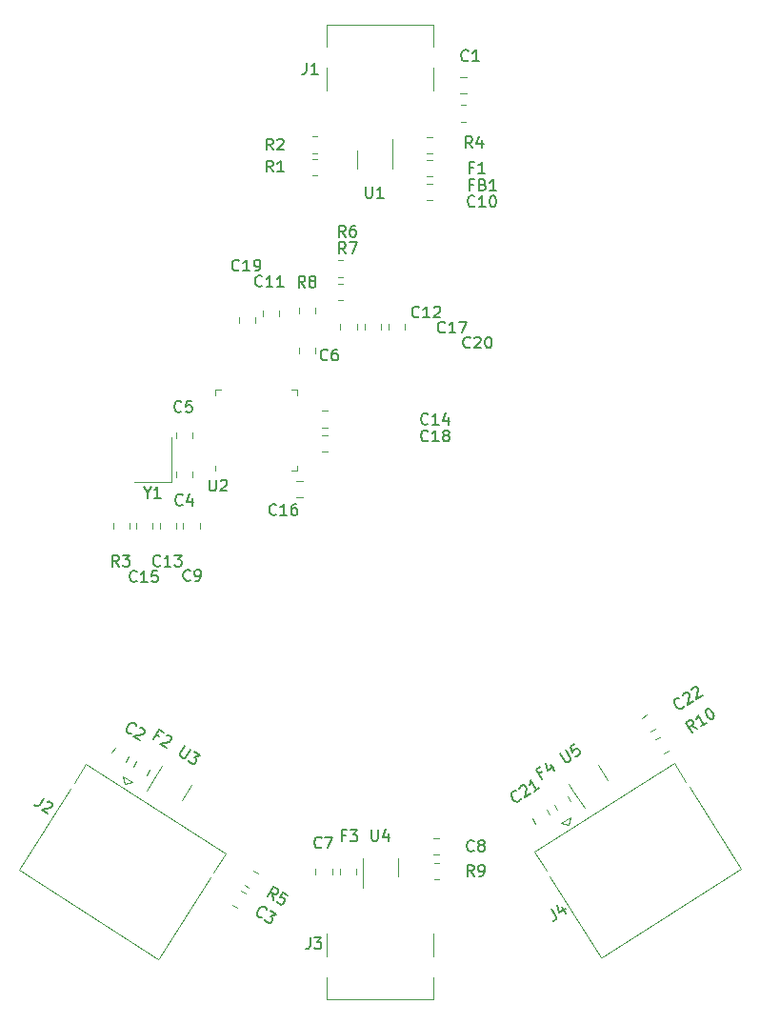
<source format=gbr>
%TF.GenerationSoftware,KiCad,Pcbnew,(6.0.8)*%
%TF.CreationDate,2022-12-20T01:42:36-08:00*%
%TF.ProjectId,Anduril USB Hub,416e6475-7269-46c2-9055-534220487562,rev?*%
%TF.SameCoordinates,Original*%
%TF.FileFunction,Legend,Top*%
%TF.FilePolarity,Positive*%
%FSLAX46Y46*%
G04 Gerber Fmt 4.6, Leading zero omitted, Abs format (unit mm)*
G04 Created by KiCad (PCBNEW (6.0.8)) date 2022-12-20 01:42:36*
%MOMM*%
%LPD*%
G01*
G04 APERTURE LIST*
%ADD10C,0.150000*%
%ADD11C,0.120000*%
G04 APERTURE END LIST*
D10*
%TO.C,U1*%
X111138095Y-44102380D02*
X111138095Y-44911904D01*
X111185714Y-45007142D01*
X111233333Y-45054761D01*
X111328571Y-45102380D01*
X111519047Y-45102380D01*
X111614285Y-45054761D01*
X111661904Y-45007142D01*
X111709523Y-44911904D01*
X111709523Y-44102380D01*
X112709523Y-45102380D02*
X112138095Y-45102380D01*
X112423809Y-45102380D02*
X112423809Y-44102380D01*
X112328571Y-44245238D01*
X112233333Y-44340476D01*
X112138095Y-44388095D01*
%TO.C,R10*%
X140600883Y-92276941D02*
X140063896Y-92054426D01*
X140118945Y-92583969D02*
X139581646Y-91740578D01*
X139902938Y-91535892D01*
X140008846Y-91524882D01*
X140074594Y-91539458D01*
X140165927Y-91594195D01*
X140242684Y-91714680D01*
X140253694Y-91820588D01*
X140239118Y-91886336D01*
X140184380Y-91977668D01*
X139863088Y-92182354D01*
X141404113Y-91765227D02*
X140922175Y-92072255D01*
X141163144Y-91918741D02*
X140625845Y-91075349D01*
X140622279Y-91247005D01*
X140593127Y-91378500D01*
X140538390Y-91469833D01*
X141388913Y-90589221D02*
X141469236Y-90538050D01*
X141575145Y-90527040D01*
X141640892Y-90541616D01*
X141732225Y-90596353D01*
X141874729Y-90731413D01*
X142002658Y-90932221D01*
X142064839Y-91118452D01*
X142075849Y-91224361D01*
X142061273Y-91290108D01*
X142006536Y-91381441D01*
X141926213Y-91432613D01*
X141820304Y-91443623D01*
X141754557Y-91429047D01*
X141663224Y-91374309D01*
X141520720Y-91239249D01*
X141392791Y-91038442D01*
X141330610Y-90852210D01*
X141319600Y-90746301D01*
X141334176Y-90680554D01*
X141388913Y-90589221D01*
%TO.C,R9*%
X120733333Y-105402380D02*
X120400000Y-104926190D01*
X120161904Y-105402380D02*
X120161904Y-104402380D01*
X120542857Y-104402380D01*
X120638095Y-104450000D01*
X120685714Y-104497619D01*
X120733333Y-104592857D01*
X120733333Y-104735714D01*
X120685714Y-104830952D01*
X120638095Y-104878571D01*
X120542857Y-104926190D01*
X120161904Y-104926190D01*
X121209523Y-105402380D02*
X121400000Y-105402380D01*
X121495238Y-105354761D01*
X121542857Y-105307142D01*
X121638095Y-105164285D01*
X121685714Y-104973809D01*
X121685714Y-104592857D01*
X121638095Y-104497619D01*
X121590476Y-104450000D01*
X121495238Y-104402380D01*
X121304761Y-104402380D01*
X121209523Y-104450000D01*
X121161904Y-104497619D01*
X121114285Y-104592857D01*
X121114285Y-104830952D01*
X121161904Y-104926190D01*
X121209523Y-104973809D01*
X121304761Y-105021428D01*
X121495238Y-105021428D01*
X121590476Y-104973809D01*
X121638095Y-104926190D01*
X121685714Y-104830952D01*
%TO.C,R5*%
X102866370Y-107491984D02*
X102841097Y-106911269D01*
X102384432Y-107184955D02*
X102921732Y-106341564D01*
X103243024Y-106546250D01*
X103297761Y-106637582D01*
X103312337Y-106703330D01*
X103301327Y-106809238D01*
X103224570Y-106929723D01*
X103133237Y-106984460D01*
X103067490Y-106999036D01*
X102961581Y-106988026D01*
X102640289Y-106783340D01*
X104166738Y-107134721D02*
X103765123Y-106878864D01*
X103469105Y-107254893D01*
X103534852Y-107240317D01*
X103640761Y-107251327D01*
X103841568Y-107379255D01*
X103896305Y-107470588D01*
X103910881Y-107536336D01*
X103899871Y-107642244D01*
X103771943Y-107843052D01*
X103680610Y-107897789D01*
X103614863Y-107912365D01*
X103508954Y-107901355D01*
X103308147Y-107773426D01*
X103253409Y-107682094D01*
X103238834Y-107616346D01*
%TO.C,R4*%
X120583333Y-40652380D02*
X120250000Y-40176190D01*
X120011904Y-40652380D02*
X120011904Y-39652380D01*
X120392857Y-39652380D01*
X120488095Y-39700000D01*
X120535714Y-39747619D01*
X120583333Y-39842857D01*
X120583333Y-39985714D01*
X120535714Y-40080952D01*
X120488095Y-40128571D01*
X120392857Y-40176190D01*
X120011904Y-40176190D01*
X121440476Y-39985714D02*
X121440476Y-40652380D01*
X121202380Y-39604761D02*
X120964285Y-40319047D01*
X121583333Y-40319047D01*
%TO.C,C22*%
X139399712Y-90246618D02*
X139385136Y-90312365D01*
X139290237Y-90429283D01*
X139209914Y-90480455D01*
X139063844Y-90517050D01*
X138932350Y-90487899D01*
X138841017Y-90433161D01*
X138698513Y-90298101D01*
X138621756Y-90177617D01*
X138559574Y-89991385D01*
X138548564Y-89885476D01*
X138577716Y-89753982D01*
X138672615Y-89637063D01*
X138752938Y-89585892D01*
X138899008Y-89549296D01*
X138964755Y-89563872D01*
X139286047Y-89359187D02*
X139300623Y-89293439D01*
X139355360Y-89202107D01*
X139556168Y-89074178D01*
X139662076Y-89063168D01*
X139727824Y-89077744D01*
X139819157Y-89132481D01*
X139870328Y-89212804D01*
X139906923Y-89358874D01*
X139732014Y-90147841D01*
X140254113Y-89815227D01*
X140089277Y-88847473D02*
X140103853Y-88781725D01*
X140158590Y-88690393D01*
X140359398Y-88562464D01*
X140465306Y-88551454D01*
X140531054Y-88566030D01*
X140622386Y-88620767D01*
X140673558Y-88701090D01*
X140710153Y-88847161D01*
X140535244Y-89636127D01*
X141057343Y-89303513D01*
%TO.C,C8*%
X120733333Y-103107142D02*
X120685714Y-103154761D01*
X120542857Y-103202380D01*
X120447619Y-103202380D01*
X120304761Y-103154761D01*
X120209523Y-103059523D01*
X120161904Y-102964285D01*
X120114285Y-102773809D01*
X120114285Y-102630952D01*
X120161904Y-102440476D01*
X120209523Y-102345238D01*
X120304761Y-102250000D01*
X120447619Y-102202380D01*
X120542857Y-102202380D01*
X120685714Y-102250000D01*
X120733333Y-102297619D01*
X121304761Y-102630952D02*
X121209523Y-102583333D01*
X121161904Y-102535714D01*
X121114285Y-102440476D01*
X121114285Y-102392857D01*
X121161904Y-102297619D01*
X121209523Y-102250000D01*
X121304761Y-102202380D01*
X121495238Y-102202380D01*
X121590476Y-102250000D01*
X121638095Y-102297619D01*
X121685714Y-102392857D01*
X121685714Y-102440476D01*
X121638095Y-102535714D01*
X121590476Y-102583333D01*
X121495238Y-102630952D01*
X121304761Y-102630952D01*
X121209523Y-102678571D01*
X121161904Y-102726190D01*
X121114285Y-102821428D01*
X121114285Y-103011904D01*
X121161904Y-103107142D01*
X121209523Y-103154761D01*
X121304761Y-103202380D01*
X121495238Y-103202380D01*
X121590476Y-103154761D01*
X121638095Y-103107142D01*
X121685714Y-103011904D01*
X121685714Y-102821428D01*
X121638095Y-102726190D01*
X121590476Y-102678571D01*
X121495238Y-102630952D01*
%TO.C,C3*%
X101867542Y-109061661D02*
X101801794Y-109076237D01*
X101655724Y-109039641D01*
X101575401Y-108988470D01*
X101480502Y-108871551D01*
X101451351Y-108740057D01*
X101462361Y-108634148D01*
X101524542Y-108447916D01*
X101601299Y-108327432D01*
X101743803Y-108192371D01*
X101835136Y-108137634D01*
X101966631Y-108108483D01*
X102112701Y-108145078D01*
X102193024Y-108196250D01*
X102287923Y-108313168D01*
X102302498Y-108378915D01*
X102634800Y-108477692D02*
X103156900Y-108810306D01*
X102671084Y-108952498D01*
X102791568Y-109029255D01*
X102846305Y-109120588D01*
X102860881Y-109186336D01*
X102849871Y-109292244D01*
X102721943Y-109493052D01*
X102630610Y-109547789D01*
X102564863Y-109562365D01*
X102458954Y-109551355D01*
X102217985Y-109397841D01*
X102163248Y-109306508D01*
X102148672Y-109240761D01*
%TO.C,C1*%
X120233333Y-32857142D02*
X120185714Y-32904761D01*
X120042857Y-32952380D01*
X119947619Y-32952380D01*
X119804761Y-32904761D01*
X119709523Y-32809523D01*
X119661904Y-32714285D01*
X119614285Y-32523809D01*
X119614285Y-32380952D01*
X119661904Y-32190476D01*
X119709523Y-32095238D01*
X119804761Y-32000000D01*
X119947619Y-31952380D01*
X120042857Y-31952380D01*
X120185714Y-32000000D01*
X120233333Y-32047619D01*
X121185714Y-32952380D02*
X120614285Y-32952380D01*
X120900000Y-32952380D02*
X120900000Y-31952380D01*
X120804761Y-32095238D01*
X120709523Y-32190476D01*
X120614285Y-32238095D01*
%TO.C,C21*%
X124899712Y-98496618D02*
X124885136Y-98562365D01*
X124790237Y-98679283D01*
X124709914Y-98730455D01*
X124563844Y-98767050D01*
X124432350Y-98737899D01*
X124341017Y-98683161D01*
X124198513Y-98548101D01*
X124121756Y-98427617D01*
X124059574Y-98241385D01*
X124048564Y-98135476D01*
X124077716Y-98003982D01*
X124172615Y-97887063D01*
X124252938Y-97835892D01*
X124399008Y-97799296D01*
X124464755Y-97813872D01*
X124786047Y-97609187D02*
X124800623Y-97543439D01*
X124855360Y-97452107D01*
X125056168Y-97324178D01*
X125162076Y-97313168D01*
X125227824Y-97327744D01*
X125319157Y-97382481D01*
X125370328Y-97462804D01*
X125406923Y-97608874D01*
X125232014Y-98397841D01*
X125754113Y-98065227D01*
X126557343Y-97553513D02*
X126075405Y-97860541D01*
X126316374Y-97707027D02*
X125779075Y-96863636D01*
X125775509Y-97035291D01*
X125746357Y-97166786D01*
X125691620Y-97258119D01*
%TO.C,J4*%
X127624634Y-108317242D02*
X128008419Y-108919665D01*
X128045015Y-109065735D01*
X128015863Y-109197229D01*
X127920964Y-109314148D01*
X127840641Y-109365319D01*
X128566802Y-108112244D02*
X128925002Y-108674505D01*
X128161309Y-107918881D02*
X128344287Y-108649232D01*
X128866386Y-108316618D01*
%TO.C,C9*%
X95521675Y-79057142D02*
X95474056Y-79104761D01*
X95331199Y-79152380D01*
X95235961Y-79152380D01*
X95093103Y-79104761D01*
X94997865Y-79009523D01*
X94950246Y-78914285D01*
X94902627Y-78723809D01*
X94902627Y-78580952D01*
X94950246Y-78390476D01*
X94997865Y-78295238D01*
X95093103Y-78200000D01*
X95235961Y-78152380D01*
X95331199Y-78152380D01*
X95474056Y-78200000D01*
X95521675Y-78247619D01*
X95997865Y-79152380D02*
X96188342Y-79152380D01*
X96283580Y-79104761D01*
X96331199Y-79057142D01*
X96426437Y-78914285D01*
X96474056Y-78723809D01*
X96474056Y-78342857D01*
X96426437Y-78247619D01*
X96378818Y-78200000D01*
X96283580Y-78152380D01*
X96093103Y-78152380D01*
X95997865Y-78200000D01*
X95950246Y-78247619D01*
X95902627Y-78342857D01*
X95902627Y-78580952D01*
X95950246Y-78676190D01*
X95997865Y-78723809D01*
X96093103Y-78771428D01*
X96283580Y-78771428D01*
X96378818Y-78723809D01*
X96426437Y-78676190D01*
X96474056Y-78580952D01*
%TO.C,U5*%
X128413180Y-94497514D02*
X128848137Y-95180260D01*
X128939470Y-95234997D01*
X129005217Y-95249573D01*
X129111126Y-95238563D01*
X129271772Y-95136220D01*
X129326509Y-95044887D01*
X129341085Y-94979140D01*
X129330075Y-94873232D01*
X128895118Y-94190486D01*
X129698348Y-93678772D02*
X129296733Y-93934629D01*
X129512428Y-94361830D01*
X129527004Y-94296083D01*
X129581742Y-94204750D01*
X129782549Y-94076821D01*
X129888458Y-94065811D01*
X129954205Y-94080387D01*
X130045538Y-94135124D01*
X130173466Y-94335932D01*
X130184476Y-94441841D01*
X130169900Y-94507588D01*
X130115163Y-94598921D01*
X129914356Y-94726849D01*
X129808447Y-94737859D01*
X129742700Y-94723283D01*
%TO.C,F3*%
X109316666Y-101778571D02*
X108983333Y-101778571D01*
X108983333Y-102302380D02*
X108983333Y-101302380D01*
X109459523Y-101302380D01*
X109745238Y-101302380D02*
X110364285Y-101302380D01*
X110030952Y-101683333D01*
X110173809Y-101683333D01*
X110269047Y-101730952D01*
X110316666Y-101778571D01*
X110364285Y-101873809D01*
X110364285Y-102111904D01*
X110316666Y-102207142D01*
X110269047Y-102254761D01*
X110173809Y-102302380D01*
X109888095Y-102302380D01*
X109792857Y-102254761D01*
X109745238Y-102207142D01*
%TO.C,FB1*%
X120666666Y-43928571D02*
X120333333Y-43928571D01*
X120333333Y-44452380D02*
X120333333Y-43452380D01*
X120809523Y-43452380D01*
X121523809Y-43928571D02*
X121666666Y-43976190D01*
X121714285Y-44023809D01*
X121761904Y-44119047D01*
X121761904Y-44261904D01*
X121714285Y-44357142D01*
X121666666Y-44404761D01*
X121571428Y-44452380D01*
X121190476Y-44452380D01*
X121190476Y-43452380D01*
X121523809Y-43452380D01*
X121619047Y-43500000D01*
X121666666Y-43547619D01*
X121714285Y-43642857D01*
X121714285Y-43738095D01*
X121666666Y-43833333D01*
X121619047Y-43880952D01*
X121523809Y-43928571D01*
X121190476Y-43928571D01*
X122714285Y-44452380D02*
X122142857Y-44452380D01*
X122428571Y-44452380D02*
X122428571Y-43452380D01*
X122333333Y-43595238D01*
X122238095Y-43690476D01*
X122142857Y-43738095D01*
%TO.C,R1*%
X102883333Y-42796001D02*
X102550000Y-42319811D01*
X102311904Y-42796001D02*
X102311904Y-41796001D01*
X102692857Y-41796001D01*
X102788095Y-41843621D01*
X102835714Y-41891240D01*
X102883333Y-41986478D01*
X102883333Y-42129335D01*
X102835714Y-42224573D01*
X102788095Y-42272192D01*
X102692857Y-42319811D01*
X102311904Y-42319811D01*
X103835714Y-42796001D02*
X103264285Y-42796001D01*
X103550000Y-42796001D02*
X103550000Y-41796001D01*
X103454761Y-41938859D01*
X103359523Y-42034097D01*
X103264285Y-42081716D01*
%TO.C,R3*%
X89183333Y-77852380D02*
X88850000Y-77376190D01*
X88611904Y-77852380D02*
X88611904Y-76852380D01*
X88992857Y-76852380D01*
X89088095Y-76900000D01*
X89135714Y-76947619D01*
X89183333Y-77042857D01*
X89183333Y-77185714D01*
X89135714Y-77280952D01*
X89088095Y-77328571D01*
X88992857Y-77376190D01*
X88611904Y-77376190D01*
X89516666Y-76852380D02*
X90135714Y-76852380D01*
X89802380Y-77233333D01*
X89945238Y-77233333D01*
X90040476Y-77280952D01*
X90088095Y-77328571D01*
X90135714Y-77423809D01*
X90135714Y-77661904D01*
X90088095Y-77757142D01*
X90040476Y-77804761D01*
X89945238Y-77852380D01*
X89659523Y-77852380D01*
X89564285Y-77804761D01*
X89516666Y-77757142D01*
%TO.C,C17*%
X118157142Y-57007142D02*
X118109523Y-57054761D01*
X117966666Y-57102380D01*
X117871428Y-57102380D01*
X117728571Y-57054761D01*
X117633333Y-56959523D01*
X117585714Y-56864285D01*
X117538095Y-56673809D01*
X117538095Y-56530952D01*
X117585714Y-56340476D01*
X117633333Y-56245238D01*
X117728571Y-56150000D01*
X117871428Y-56102380D01*
X117966666Y-56102380D01*
X118109523Y-56150000D01*
X118157142Y-56197619D01*
X119109523Y-57102380D02*
X118538095Y-57102380D01*
X118823809Y-57102380D02*
X118823809Y-56102380D01*
X118728571Y-56245238D01*
X118633333Y-56340476D01*
X118538095Y-56388095D01*
X119442857Y-56102380D02*
X120109523Y-56102380D01*
X119680952Y-57102380D01*
%TO.C,U4*%
X111638095Y-101252380D02*
X111638095Y-102061904D01*
X111685714Y-102157142D01*
X111733333Y-102204761D01*
X111828571Y-102252380D01*
X112019047Y-102252380D01*
X112114285Y-102204761D01*
X112161904Y-102157142D01*
X112209523Y-102061904D01*
X112209523Y-101252380D01*
X113114285Y-101585714D02*
X113114285Y-102252380D01*
X112876190Y-101204761D02*
X112638095Y-101919047D01*
X113257142Y-101919047D01*
%TO.C,F2*%
X92782248Y-92935657D02*
X92501117Y-92756558D01*
X92219674Y-93198334D02*
X92756974Y-92354943D01*
X93158589Y-92610799D01*
X93388548Y-92870222D02*
X93454295Y-92855647D01*
X93560204Y-92866656D01*
X93761011Y-92994585D01*
X93815749Y-93085918D01*
X93830325Y-93151665D01*
X93819315Y-93257574D01*
X93768143Y-93337897D01*
X93651225Y-93432795D01*
X92862258Y-93607705D01*
X93384358Y-93940319D01*
%TO.C,C15*%
X90757142Y-79157142D02*
X90709523Y-79204761D01*
X90566666Y-79252380D01*
X90471428Y-79252380D01*
X90328571Y-79204761D01*
X90233333Y-79109523D01*
X90185714Y-79014285D01*
X90138095Y-78823809D01*
X90138095Y-78680952D01*
X90185714Y-78490476D01*
X90233333Y-78395238D01*
X90328571Y-78300000D01*
X90471428Y-78252380D01*
X90566666Y-78252380D01*
X90709523Y-78300000D01*
X90757142Y-78347619D01*
X91709523Y-79252380D02*
X91138095Y-79252380D01*
X91423809Y-79252380D02*
X91423809Y-78252380D01*
X91328571Y-78395238D01*
X91233333Y-78490476D01*
X91138095Y-78538095D01*
X92614285Y-78252380D02*
X92138095Y-78252380D01*
X92090476Y-78728571D01*
X92138095Y-78680952D01*
X92233333Y-78633333D01*
X92471428Y-78633333D01*
X92566666Y-78680952D01*
X92614285Y-78728571D01*
X92661904Y-78823809D01*
X92661904Y-79061904D01*
X92614285Y-79157142D01*
X92566666Y-79204761D01*
X92471428Y-79252380D01*
X92233333Y-79252380D01*
X92138095Y-79204761D01*
X92090476Y-79157142D01*
%TO.C,J3*%
X106166666Y-110852380D02*
X106166666Y-111566666D01*
X106119047Y-111709523D01*
X106023809Y-111804761D01*
X105880952Y-111852380D01*
X105785714Y-111852380D01*
X106547619Y-110852380D02*
X107166666Y-110852380D01*
X106833333Y-111233333D01*
X106976190Y-111233333D01*
X107071428Y-111280952D01*
X107119047Y-111328571D01*
X107166666Y-111423809D01*
X107166666Y-111661904D01*
X107119047Y-111757142D01*
X107071428Y-111804761D01*
X106976190Y-111852380D01*
X106690476Y-111852380D01*
X106595238Y-111804761D01*
X106547619Y-111757142D01*
%TO.C,C16*%
X103157142Y-73207142D02*
X103109523Y-73254761D01*
X102966666Y-73302380D01*
X102871428Y-73302380D01*
X102728571Y-73254761D01*
X102633333Y-73159523D01*
X102585714Y-73064285D01*
X102538095Y-72873809D01*
X102538095Y-72730952D01*
X102585714Y-72540476D01*
X102633333Y-72445238D01*
X102728571Y-72350000D01*
X102871428Y-72302380D01*
X102966666Y-72302380D01*
X103109523Y-72350000D01*
X103157142Y-72397619D01*
X104109523Y-73302380D02*
X103538095Y-73302380D01*
X103823809Y-73302380D02*
X103823809Y-72302380D01*
X103728571Y-72445238D01*
X103633333Y-72540476D01*
X103538095Y-72588095D01*
X104966666Y-72302380D02*
X104776190Y-72302380D01*
X104680952Y-72350000D01*
X104633333Y-72397619D01*
X104538095Y-72540476D01*
X104490476Y-72730952D01*
X104490476Y-73111904D01*
X104538095Y-73207142D01*
X104585714Y-73254761D01*
X104680952Y-73302380D01*
X104871428Y-73302380D01*
X104966666Y-73254761D01*
X105014285Y-73207142D01*
X105061904Y-73111904D01*
X105061904Y-72873809D01*
X105014285Y-72778571D01*
X104966666Y-72730952D01*
X104871428Y-72683333D01*
X104680952Y-72683333D01*
X104585714Y-72730952D01*
X104538095Y-72778571D01*
X104490476Y-72873809D01*
%TO.C,U2*%
X97226437Y-70158759D02*
X97226437Y-70968283D01*
X97274056Y-71063521D01*
X97321675Y-71111140D01*
X97416913Y-71158759D01*
X97607389Y-71158759D01*
X97702627Y-71111140D01*
X97750246Y-71063521D01*
X97797865Y-70968283D01*
X97797865Y-70158759D01*
X98226437Y-70253998D02*
X98274056Y-70206379D01*
X98369294Y-70158759D01*
X98607389Y-70158759D01*
X98702627Y-70206379D01*
X98750246Y-70253998D01*
X98797865Y-70349236D01*
X98797865Y-70444474D01*
X98750246Y-70587331D01*
X98178818Y-71158759D01*
X98797865Y-71158759D01*
%TO.C,C19*%
X99857142Y-51507142D02*
X99809523Y-51554761D01*
X99666666Y-51602380D01*
X99571428Y-51602380D01*
X99428571Y-51554761D01*
X99333333Y-51459523D01*
X99285714Y-51364285D01*
X99238095Y-51173809D01*
X99238095Y-51030952D01*
X99285714Y-50840476D01*
X99333333Y-50745238D01*
X99428571Y-50650000D01*
X99571428Y-50602380D01*
X99666666Y-50602380D01*
X99809523Y-50650000D01*
X99857142Y-50697619D01*
X100809523Y-51602380D02*
X100238095Y-51602380D01*
X100523809Y-51602380D02*
X100523809Y-50602380D01*
X100428571Y-50745238D01*
X100333333Y-50840476D01*
X100238095Y-50888095D01*
X101285714Y-51602380D02*
X101476190Y-51602380D01*
X101571428Y-51554761D01*
X101619047Y-51507142D01*
X101714285Y-51364285D01*
X101761904Y-51173809D01*
X101761904Y-50792857D01*
X101714285Y-50697619D01*
X101666666Y-50650000D01*
X101571428Y-50602380D01*
X101380952Y-50602380D01*
X101285714Y-50650000D01*
X101238095Y-50697619D01*
X101190476Y-50792857D01*
X101190476Y-51030952D01*
X101238095Y-51126190D01*
X101285714Y-51173809D01*
X101380952Y-51221428D01*
X101571428Y-51221428D01*
X101666666Y-51173809D01*
X101714285Y-51126190D01*
X101761904Y-51030952D01*
%TO.C,C12*%
X115857142Y-55657142D02*
X115809523Y-55704761D01*
X115666666Y-55752380D01*
X115571428Y-55752380D01*
X115428571Y-55704761D01*
X115333333Y-55609523D01*
X115285714Y-55514285D01*
X115238095Y-55323809D01*
X115238095Y-55180952D01*
X115285714Y-54990476D01*
X115333333Y-54895238D01*
X115428571Y-54800000D01*
X115571428Y-54752380D01*
X115666666Y-54752380D01*
X115809523Y-54800000D01*
X115857142Y-54847619D01*
X116809523Y-55752380D02*
X116238095Y-55752380D01*
X116523809Y-55752380D02*
X116523809Y-54752380D01*
X116428571Y-54895238D01*
X116333333Y-54990476D01*
X116238095Y-55038095D01*
X117190476Y-54847619D02*
X117238095Y-54800000D01*
X117333333Y-54752380D01*
X117571428Y-54752380D01*
X117666666Y-54800000D01*
X117714285Y-54847619D01*
X117761904Y-54942857D01*
X117761904Y-55038095D01*
X117714285Y-55180952D01*
X117142857Y-55752380D01*
X117761904Y-55752380D01*
%TO.C,C5*%
X94733333Y-64057142D02*
X94685714Y-64104761D01*
X94542857Y-64152380D01*
X94447619Y-64152380D01*
X94304761Y-64104761D01*
X94209523Y-64009523D01*
X94161904Y-63914285D01*
X94114285Y-63723809D01*
X94114285Y-63580952D01*
X94161904Y-63390476D01*
X94209523Y-63295238D01*
X94304761Y-63200000D01*
X94447619Y-63152380D01*
X94542857Y-63152380D01*
X94685714Y-63200000D01*
X94733333Y-63247619D01*
X95638095Y-63152380D02*
X95161904Y-63152380D01*
X95114285Y-63628571D01*
X95161904Y-63580952D01*
X95257142Y-63533333D01*
X95495238Y-63533333D01*
X95590476Y-63580952D01*
X95638095Y-63628571D01*
X95685714Y-63723809D01*
X95685714Y-63961904D01*
X95638095Y-64057142D01*
X95590476Y-64104761D01*
X95495238Y-64152380D01*
X95257142Y-64152380D01*
X95161904Y-64104761D01*
X95114285Y-64057142D01*
%TO.C,C18*%
X116657142Y-66657142D02*
X116609523Y-66704761D01*
X116466666Y-66752380D01*
X116371428Y-66752380D01*
X116228571Y-66704761D01*
X116133333Y-66609523D01*
X116085714Y-66514285D01*
X116038095Y-66323809D01*
X116038095Y-66180952D01*
X116085714Y-65990476D01*
X116133333Y-65895238D01*
X116228571Y-65800000D01*
X116371428Y-65752380D01*
X116466666Y-65752380D01*
X116609523Y-65800000D01*
X116657142Y-65847619D01*
X117609523Y-66752380D02*
X117038095Y-66752380D01*
X117323809Y-66752380D02*
X117323809Y-65752380D01*
X117228571Y-65895238D01*
X117133333Y-65990476D01*
X117038095Y-66038095D01*
X118180952Y-66180952D02*
X118085714Y-66133333D01*
X118038095Y-66085714D01*
X117990476Y-65990476D01*
X117990476Y-65942857D01*
X118038095Y-65847619D01*
X118085714Y-65800000D01*
X118180952Y-65752380D01*
X118371428Y-65752380D01*
X118466666Y-65800000D01*
X118514285Y-65847619D01*
X118561904Y-65942857D01*
X118561904Y-65990476D01*
X118514285Y-66085714D01*
X118466666Y-66133333D01*
X118371428Y-66180952D01*
X118180952Y-66180952D01*
X118085714Y-66228571D01*
X118038095Y-66276190D01*
X117990476Y-66371428D01*
X117990476Y-66561904D01*
X118038095Y-66657142D01*
X118085714Y-66704761D01*
X118180952Y-66752380D01*
X118371428Y-66752380D01*
X118466666Y-66704761D01*
X118514285Y-66657142D01*
X118561904Y-66561904D01*
X118561904Y-66371428D01*
X118514285Y-66276190D01*
X118466666Y-66228571D01*
X118371428Y-66180952D01*
%TO.C,J2*%
X82513105Y-98459042D02*
X82129319Y-99061465D01*
X82012400Y-99156364D01*
X81880906Y-99185515D01*
X81734836Y-99148920D01*
X81654513Y-99097748D01*
X82823387Y-98769637D02*
X82889134Y-98755061D01*
X82995042Y-98766071D01*
X83195850Y-98893999D01*
X83250587Y-98985332D01*
X83265163Y-99051079D01*
X83254153Y-99156988D01*
X83202982Y-99237311D01*
X83086063Y-99332210D01*
X82297097Y-99507119D01*
X82819196Y-99839733D01*
%TO.C,C6*%
X107721675Y-59463521D02*
X107674056Y-59511140D01*
X107531199Y-59558759D01*
X107435961Y-59558759D01*
X107293103Y-59511140D01*
X107197865Y-59415902D01*
X107150246Y-59320664D01*
X107102627Y-59130188D01*
X107102627Y-58987331D01*
X107150246Y-58796855D01*
X107197865Y-58701617D01*
X107293103Y-58606379D01*
X107435961Y-58558759D01*
X107531199Y-58558759D01*
X107674056Y-58606379D01*
X107721675Y-58653998D01*
X108578818Y-58558759D02*
X108388342Y-58558759D01*
X108293103Y-58606379D01*
X108245484Y-58653998D01*
X108150246Y-58796855D01*
X108102627Y-58987331D01*
X108102627Y-59368283D01*
X108150246Y-59463521D01*
X108197865Y-59511140D01*
X108293103Y-59558759D01*
X108483580Y-59558759D01*
X108578818Y-59511140D01*
X108626437Y-59463521D01*
X108674056Y-59368283D01*
X108674056Y-59130188D01*
X108626437Y-59034950D01*
X108578818Y-58987331D01*
X108483580Y-58939712D01*
X108293103Y-58939712D01*
X108197865Y-58987331D01*
X108150246Y-59034950D01*
X108102627Y-59130188D01*
%TO.C,F1*%
X120666666Y-42378571D02*
X120333333Y-42378571D01*
X120333333Y-42902380D02*
X120333333Y-41902380D01*
X120809523Y-41902380D01*
X121714285Y-42902380D02*
X121142857Y-42902380D01*
X121428571Y-42902380D02*
X121428571Y-41902380D01*
X121333333Y-42045238D01*
X121238095Y-42140476D01*
X121142857Y-42188095D01*
%TO.C,J1*%
X105866666Y-33102380D02*
X105866666Y-33816666D01*
X105819047Y-33959523D01*
X105723809Y-34054761D01*
X105580952Y-34102380D01*
X105485714Y-34102380D01*
X106866666Y-34102380D02*
X106295238Y-34102380D01*
X106580952Y-34102380D02*
X106580952Y-33102380D01*
X106485714Y-33245238D01*
X106390476Y-33340476D01*
X106295238Y-33388095D01*
%TO.C,Y1*%
X91712151Y-71282569D02*
X91712151Y-71758759D01*
X91378818Y-70758759D02*
X91712151Y-71282569D01*
X92045484Y-70758759D01*
X92902627Y-71758759D02*
X92331199Y-71758759D01*
X92616913Y-71758759D02*
X92616913Y-70758759D01*
X92521675Y-70901617D01*
X92426437Y-70996855D01*
X92331199Y-71044474D01*
%TO.C,C11*%
X101907142Y-52907142D02*
X101859523Y-52954761D01*
X101716666Y-53002380D01*
X101621428Y-53002380D01*
X101478571Y-52954761D01*
X101383333Y-52859523D01*
X101335714Y-52764285D01*
X101288095Y-52573809D01*
X101288095Y-52430952D01*
X101335714Y-52240476D01*
X101383333Y-52145238D01*
X101478571Y-52050000D01*
X101621428Y-52002380D01*
X101716666Y-52002380D01*
X101859523Y-52050000D01*
X101907142Y-52097619D01*
X102859523Y-53002380D02*
X102288095Y-53002380D01*
X102573809Y-53002380D02*
X102573809Y-52002380D01*
X102478571Y-52145238D01*
X102383333Y-52240476D01*
X102288095Y-52288095D01*
X103811904Y-53002380D02*
X103240476Y-53002380D01*
X103526190Y-53002380D02*
X103526190Y-52002380D01*
X103430952Y-52145238D01*
X103335714Y-52240476D01*
X103240476Y-52288095D01*
%TO.C,C20*%
X120407142Y-58357142D02*
X120359523Y-58404761D01*
X120216666Y-58452380D01*
X120121428Y-58452380D01*
X119978571Y-58404761D01*
X119883333Y-58309523D01*
X119835714Y-58214285D01*
X119788095Y-58023809D01*
X119788095Y-57880952D01*
X119835714Y-57690476D01*
X119883333Y-57595238D01*
X119978571Y-57500000D01*
X120121428Y-57452380D01*
X120216666Y-57452380D01*
X120359523Y-57500000D01*
X120407142Y-57547619D01*
X120788095Y-57547619D02*
X120835714Y-57500000D01*
X120930952Y-57452380D01*
X121169047Y-57452380D01*
X121264285Y-57500000D01*
X121311904Y-57547619D01*
X121359523Y-57642857D01*
X121359523Y-57738095D01*
X121311904Y-57880952D01*
X120740476Y-58452380D01*
X121359523Y-58452380D01*
X121978571Y-57452380D02*
X122073809Y-57452380D01*
X122169047Y-57500000D01*
X122216666Y-57547619D01*
X122264285Y-57642857D01*
X122311904Y-57833333D01*
X122311904Y-58071428D01*
X122264285Y-58261904D01*
X122216666Y-58357142D01*
X122169047Y-58404761D01*
X122073809Y-58452380D01*
X121978571Y-58452380D01*
X121883333Y-58404761D01*
X121835714Y-58357142D01*
X121788095Y-58261904D01*
X121740476Y-58071428D01*
X121740476Y-57833333D01*
X121788095Y-57642857D01*
X121835714Y-57547619D01*
X121883333Y-57500000D01*
X121978571Y-57452380D01*
%TO.C,C2*%
X90267542Y-92711661D02*
X90201794Y-92726237D01*
X90055724Y-92689641D01*
X89975401Y-92638470D01*
X89880502Y-92521551D01*
X89851351Y-92390057D01*
X89862361Y-92284148D01*
X89924542Y-92097916D01*
X90001299Y-91977432D01*
X90143803Y-91842371D01*
X90235136Y-91787634D01*
X90366631Y-91758483D01*
X90512701Y-91795078D01*
X90593024Y-91846250D01*
X90687923Y-91963168D01*
X90702498Y-92028915D01*
X91023790Y-92233601D02*
X91089538Y-92219025D01*
X91195446Y-92230035D01*
X91396254Y-92357963D01*
X91450991Y-92449296D01*
X91465567Y-92515044D01*
X91454557Y-92620952D01*
X91403386Y-92701275D01*
X91286467Y-92796174D01*
X90497501Y-92971084D01*
X91019600Y-93303698D01*
%TO.C,R6*%
X109321675Y-48558759D02*
X108988342Y-48082569D01*
X108750246Y-48558759D02*
X108750246Y-47558759D01*
X109131199Y-47558759D01*
X109226437Y-47606379D01*
X109274056Y-47653998D01*
X109321675Y-47749236D01*
X109321675Y-47892093D01*
X109274056Y-47987331D01*
X109226437Y-48034950D01*
X109131199Y-48082569D01*
X108750246Y-48082569D01*
X110178818Y-47558759D02*
X109988342Y-47558759D01*
X109893103Y-47606379D01*
X109845484Y-47653998D01*
X109750246Y-47796855D01*
X109702627Y-47987331D01*
X109702627Y-48368283D01*
X109750246Y-48463521D01*
X109797865Y-48511140D01*
X109893103Y-48558759D01*
X110083580Y-48558759D01*
X110178818Y-48511140D01*
X110226437Y-48463521D01*
X110274056Y-48368283D01*
X110274056Y-48130188D01*
X110226437Y-48034950D01*
X110178818Y-47987331D01*
X110083580Y-47939712D01*
X109893103Y-47939712D01*
X109797865Y-47987331D01*
X109750246Y-48034950D01*
X109702627Y-48130188D01*
%TO.C,C7*%
X107183333Y-102807142D02*
X107135714Y-102854761D01*
X106992857Y-102902380D01*
X106897619Y-102902380D01*
X106754761Y-102854761D01*
X106659523Y-102759523D01*
X106611904Y-102664285D01*
X106564285Y-102473809D01*
X106564285Y-102330952D01*
X106611904Y-102140476D01*
X106659523Y-102045238D01*
X106754761Y-101950000D01*
X106897619Y-101902380D01*
X106992857Y-101902380D01*
X107135714Y-101950000D01*
X107183333Y-101997619D01*
X107516666Y-101902380D02*
X108183333Y-101902380D01*
X107754761Y-102902380D01*
%TO.C,U3*%
X95051651Y-93828771D02*
X94616694Y-94511517D01*
X94605684Y-94617425D01*
X94620260Y-94683172D01*
X94674997Y-94774505D01*
X94835643Y-94876848D01*
X94941552Y-94887858D01*
X95007299Y-94873282D01*
X95098632Y-94818545D01*
X95533589Y-94135799D01*
X95854881Y-94340485D02*
X96376980Y-94673099D01*
X95891164Y-94815291D01*
X96011649Y-94892048D01*
X96066386Y-94983381D01*
X96080962Y-95049128D01*
X96069952Y-95155037D01*
X95942024Y-95355845D01*
X95850691Y-95410582D01*
X95784944Y-95425158D01*
X95679035Y-95414148D01*
X95438066Y-95260634D01*
X95383329Y-95169301D01*
X95368753Y-95103554D01*
%TO.C,C10*%
X120807142Y-45807142D02*
X120759523Y-45854761D01*
X120616666Y-45902380D01*
X120521428Y-45902380D01*
X120378571Y-45854761D01*
X120283333Y-45759523D01*
X120235714Y-45664285D01*
X120188095Y-45473809D01*
X120188095Y-45330952D01*
X120235714Y-45140476D01*
X120283333Y-45045238D01*
X120378571Y-44950000D01*
X120521428Y-44902380D01*
X120616666Y-44902380D01*
X120759523Y-44950000D01*
X120807142Y-44997619D01*
X121759523Y-45902380D02*
X121188095Y-45902380D01*
X121473809Y-45902380D02*
X121473809Y-44902380D01*
X121378571Y-45045238D01*
X121283333Y-45140476D01*
X121188095Y-45188095D01*
X122378571Y-44902380D02*
X122473809Y-44902380D01*
X122569047Y-44950000D01*
X122616666Y-44997619D01*
X122664285Y-45092857D01*
X122711904Y-45283333D01*
X122711904Y-45521428D01*
X122664285Y-45711904D01*
X122616666Y-45807142D01*
X122569047Y-45854761D01*
X122473809Y-45902380D01*
X122378571Y-45902380D01*
X122283333Y-45854761D01*
X122235714Y-45807142D01*
X122188095Y-45711904D01*
X122140476Y-45521428D01*
X122140476Y-45283333D01*
X122188095Y-45092857D01*
X122235714Y-44997619D01*
X122283333Y-44950000D01*
X122378571Y-44902380D01*
%TO.C,C13*%
X92845484Y-77763521D02*
X92797865Y-77811140D01*
X92655008Y-77858759D01*
X92559770Y-77858759D01*
X92416913Y-77811140D01*
X92321675Y-77715902D01*
X92274056Y-77620664D01*
X92226437Y-77430188D01*
X92226437Y-77287331D01*
X92274056Y-77096855D01*
X92321675Y-77001617D01*
X92416913Y-76906379D01*
X92559770Y-76858759D01*
X92655008Y-76858759D01*
X92797865Y-76906379D01*
X92845484Y-76953998D01*
X93797865Y-77858759D02*
X93226437Y-77858759D01*
X93512151Y-77858759D02*
X93512151Y-76858759D01*
X93416913Y-77001617D01*
X93321675Y-77096855D01*
X93226437Y-77144474D01*
X94131199Y-76858759D02*
X94750246Y-76858759D01*
X94416913Y-77239712D01*
X94559770Y-77239712D01*
X94655008Y-77287331D01*
X94702627Y-77334950D01*
X94750246Y-77430188D01*
X94750246Y-77668283D01*
X94702627Y-77763521D01*
X94655008Y-77811140D01*
X94559770Y-77858759D01*
X94274056Y-77858759D01*
X94178818Y-77811140D01*
X94131199Y-77763521D01*
%TO.C,C4*%
X94821675Y-72357142D02*
X94774056Y-72404761D01*
X94631199Y-72452380D01*
X94535961Y-72452380D01*
X94393103Y-72404761D01*
X94297865Y-72309523D01*
X94250246Y-72214285D01*
X94202627Y-72023809D01*
X94202627Y-71880952D01*
X94250246Y-71690476D01*
X94297865Y-71595238D01*
X94393103Y-71500000D01*
X94535961Y-71452380D01*
X94631199Y-71452380D01*
X94774056Y-71500000D01*
X94821675Y-71547619D01*
X95678818Y-71785714D02*
X95678818Y-72452380D01*
X95440722Y-71404761D02*
X95202627Y-72119047D01*
X95821675Y-72119047D01*
%TO.C,R8*%
X105721675Y-53058759D02*
X105388342Y-52582569D01*
X105150246Y-53058759D02*
X105150246Y-52058759D01*
X105531199Y-52058759D01*
X105626437Y-52106379D01*
X105674056Y-52153998D01*
X105721675Y-52249236D01*
X105721675Y-52392093D01*
X105674056Y-52487331D01*
X105626437Y-52534950D01*
X105531199Y-52582569D01*
X105150246Y-52582569D01*
X106293103Y-52487331D02*
X106197865Y-52439712D01*
X106150246Y-52392093D01*
X106102627Y-52296855D01*
X106102627Y-52249236D01*
X106150246Y-52153998D01*
X106197865Y-52106379D01*
X106293103Y-52058759D01*
X106483580Y-52058759D01*
X106578818Y-52106379D01*
X106626437Y-52153998D01*
X106674056Y-52249236D01*
X106674056Y-52296855D01*
X106626437Y-52392093D01*
X106578818Y-52439712D01*
X106483580Y-52487331D01*
X106293103Y-52487331D01*
X106197865Y-52534950D01*
X106150246Y-52582569D01*
X106102627Y-52677807D01*
X106102627Y-52868283D01*
X106150246Y-52963521D01*
X106197865Y-53011140D01*
X106293103Y-53058759D01*
X106483580Y-53058759D01*
X106578818Y-53011140D01*
X106626437Y-52963521D01*
X106674056Y-52868283D01*
X106674056Y-52677807D01*
X106626437Y-52582569D01*
X106578818Y-52534950D01*
X106483580Y-52487331D01*
%TO.C,C14*%
X116657142Y-65157142D02*
X116609523Y-65204761D01*
X116466666Y-65252380D01*
X116371428Y-65252380D01*
X116228571Y-65204761D01*
X116133333Y-65109523D01*
X116085714Y-65014285D01*
X116038095Y-64823809D01*
X116038095Y-64680952D01*
X116085714Y-64490476D01*
X116133333Y-64395238D01*
X116228571Y-64300000D01*
X116371428Y-64252380D01*
X116466666Y-64252380D01*
X116609523Y-64300000D01*
X116657142Y-64347619D01*
X117609523Y-65252380D02*
X117038095Y-65252380D01*
X117323809Y-65252380D02*
X117323809Y-64252380D01*
X117228571Y-64395238D01*
X117133333Y-64490476D01*
X117038095Y-64538095D01*
X118466666Y-64585714D02*
X118466666Y-65252380D01*
X118228571Y-64204761D02*
X117990476Y-64919047D01*
X118609523Y-64919047D01*
%TO.C,R2*%
X102883333Y-40846001D02*
X102550000Y-40369811D01*
X102311904Y-40846001D02*
X102311904Y-39846001D01*
X102692857Y-39846001D01*
X102788095Y-39893621D01*
X102835714Y-39941240D01*
X102883333Y-40036478D01*
X102883333Y-40179335D01*
X102835714Y-40274573D01*
X102788095Y-40322192D01*
X102692857Y-40369811D01*
X102311904Y-40369811D01*
X103264285Y-39941240D02*
X103311904Y-39893621D01*
X103407142Y-39846001D01*
X103645238Y-39846001D01*
X103740476Y-39893621D01*
X103788095Y-39941240D01*
X103835714Y-40036478D01*
X103835714Y-40131716D01*
X103788095Y-40274573D01*
X103216666Y-40846001D01*
X103835714Y-40846001D01*
%TO.C,R7*%
X109321675Y-50058759D02*
X108988342Y-49582569D01*
X108750246Y-50058759D02*
X108750246Y-49058759D01*
X109131199Y-49058759D01*
X109226437Y-49106379D01*
X109274056Y-49153998D01*
X109321675Y-49249236D01*
X109321675Y-49392093D01*
X109274056Y-49487331D01*
X109226437Y-49534950D01*
X109131199Y-49582569D01*
X108750246Y-49582569D01*
X109655008Y-49058759D02*
X110321675Y-49058759D01*
X109893103Y-50058759D01*
%TO.C,F4*%
X126780490Y-96118857D02*
X126499360Y-96297957D01*
X126780803Y-96739733D02*
X126243503Y-95896342D01*
X126645118Y-95640485D01*
X127506963Y-95486659D02*
X127865163Y-96048920D01*
X127101470Y-95293295D02*
X127284448Y-96023646D01*
X127806548Y-95691032D01*
D11*
%TO.C,U1*%
X110340000Y-41700000D02*
X110340000Y-40900000D01*
X113460000Y-41700000D02*
X113460000Y-42500000D01*
X110340000Y-41700000D02*
X110340000Y-42500000D01*
X113460000Y-41700000D02*
X113460000Y-39900000D01*
%TO.C,R10*%
X136863581Y-93252109D02*
X137246589Y-93008106D01*
X137653411Y-94491894D02*
X138036419Y-94247891D01*
%TO.C,R9*%
X117172936Y-104215000D02*
X117627064Y-104215000D01*
X117172936Y-105685000D02*
X117627064Y-105685000D01*
%TO.C,R5*%
X101153411Y-104908106D02*
X101536419Y-105152109D01*
X100363581Y-106147891D02*
X100746589Y-106391894D01*
%TO.C,R4*%
X119572936Y-38335000D02*
X120027064Y-38335000D01*
X119572936Y-36865000D02*
X120027064Y-36865000D01*
%TO.C,C22*%
X136423356Y-92570698D02*
X136864031Y-92289957D01*
X135633525Y-91330913D02*
X136074200Y-91050172D01*
%TO.C,C8*%
X117138748Y-103485000D02*
X117661252Y-103485000D01*
X117138748Y-102015000D02*
X117661252Y-102015000D01*
%TO.C,C3*%
X100024578Y-106689737D02*
X100465253Y-106970478D01*
X99234747Y-107929522D02*
X99675422Y-108210263D01*
%TO.C,C1*%
X119538748Y-35835000D02*
X120061252Y-35835000D01*
X119538748Y-34365000D02*
X120061252Y-34365000D01*
%TO.C,C21*%
X127179522Y-99484747D02*
X127460263Y-99925422D01*
X125939737Y-100274578D02*
X126220478Y-100715253D01*
%TO.C,J4*%
X126110782Y-103248326D02*
X127174635Y-104918242D01*
X139895618Y-97489924D02*
X144484156Y-104692487D01*
X132085553Y-112626839D02*
X144500275Y-104717789D01*
X126110782Y-103248326D02*
X138525504Y-95339276D01*
X128471753Y-100700815D02*
X129162099Y-100853861D01*
X129162099Y-100853861D02*
X129315145Y-100163516D01*
X127480896Y-105398975D02*
X132069434Y-112601538D01*
X129315145Y-100163516D02*
X128471753Y-100700815D01*
X139589357Y-97009191D02*
X138525504Y-95339276D01*
%TO.C,C9*%
X94903342Y-73995127D02*
X94903342Y-74517631D01*
X96373342Y-73995127D02*
X96373342Y-74517631D01*
%TO.C,U5*%
X132215691Y-96161813D02*
X131785851Y-95487099D01*
X129584309Y-97838187D02*
X129154470Y-97163474D01*
X132215691Y-96161813D02*
X132645530Y-96836526D01*
X129584309Y-97838187D02*
X130551449Y-99356292D01*
%TO.C,F3*%
X108840000Y-105258578D02*
X108840000Y-104741422D01*
X110260000Y-105258578D02*
X110260000Y-104741422D01*
%TO.C,FB1*%
X117027064Y-43210000D02*
X116572936Y-43210000D01*
X117027064Y-41740000D02*
X116572936Y-41740000D01*
%TO.C,R1*%
X106372936Y-43135000D02*
X106827064Y-43135000D01*
X106372936Y-41665000D02*
X106827064Y-41665000D01*
%TO.C,R3*%
X88653342Y-74029315D02*
X88653342Y-74483443D01*
X90123342Y-74029315D02*
X90123342Y-74483443D01*
%TO.C,C17*%
X112473342Y-56817631D02*
X112473342Y-56295127D01*
X111003342Y-56817631D02*
X111003342Y-56295127D01*
%TO.C,U4*%
X110840000Y-104600000D02*
X110840000Y-103800000D01*
X113960000Y-104600000D02*
X113960000Y-105400000D01*
X110840000Y-104600000D02*
X110840000Y-106400000D01*
X113960000Y-104600000D02*
X113960000Y-103800000D01*
%TO.C,F2*%
X90462258Y-95636600D02*
X90740126Y-95200435D01*
X91659874Y-96399565D02*
X91937742Y-95963400D01*
%TO.C,C15*%
X90703342Y-73995127D02*
X90703342Y-74517631D01*
X92173342Y-73995127D02*
X92173342Y-74517631D01*
%TO.C,J3*%
X107688342Y-110506379D02*
X107688342Y-112506379D01*
X117088342Y-114406379D02*
X117088342Y-116306379D01*
X107688342Y-116306379D02*
X117088342Y-116306379D01*
X107688342Y-114406379D02*
X107688342Y-116306379D01*
X117088342Y-110506379D02*
X117088342Y-112506379D01*
%TO.C,C16*%
X104977090Y-71716379D02*
X105499594Y-71716379D01*
X104977090Y-70246379D02*
X105499594Y-70246379D01*
%TO.C,U2*%
X104998342Y-68891379D02*
X104998342Y-69366379D01*
X104998342Y-62146379D02*
X104523342Y-62146379D01*
X97778342Y-68891379D02*
X97778342Y-69366379D01*
X104998342Y-69366379D02*
X104523342Y-69366379D01*
X97778342Y-62146379D02*
X98253342Y-62146379D01*
X104998342Y-62621379D02*
X104998342Y-62146379D01*
X97778342Y-62621379D02*
X97778342Y-62146379D01*
%TO.C,C19*%
X101323342Y-56217631D02*
X101323342Y-55695127D01*
X99853342Y-56217631D02*
X99853342Y-55695127D01*
%TO.C,C12*%
X110323342Y-56817631D02*
X110323342Y-56295127D01*
X108853342Y-56817631D02*
X108853342Y-56295127D01*
%TO.C,C5*%
X95723342Y-66467631D02*
X95723342Y-65945127D01*
X94253342Y-66467631D02*
X94253342Y-65945127D01*
%TO.C,C18*%
X107227090Y-66171379D02*
X107749594Y-66171379D01*
X107227090Y-67641379D02*
X107749594Y-67641379D01*
%TO.C,J2*%
X97295790Y-105515040D02*
X92707251Y-112717603D01*
X97602051Y-105034307D02*
X98665904Y-103364391D01*
X86251182Y-95455341D02*
X85187329Y-97125256D01*
X89557801Y-96518483D02*
X89710847Y-97208829D01*
X90401192Y-97055783D02*
X89557801Y-96518483D01*
X80276410Y-104833854D02*
X92691132Y-112742904D01*
X89710847Y-97208829D02*
X90401192Y-97055783D01*
X86251182Y-95455341D02*
X98665904Y-103364391D01*
X84881068Y-97605989D02*
X80292529Y-104808552D01*
%TO.C,C6*%
X106623342Y-58445127D02*
X106623342Y-58967631D01*
X105153342Y-58445127D02*
X105153342Y-58967631D01*
%TO.C,F1*%
X116541422Y-41110000D02*
X117058578Y-41110000D01*
X116541422Y-39690000D02*
X117058578Y-39690000D01*
%TO.C,J1*%
X107688342Y-35556379D02*
X107688342Y-33556379D01*
X117088342Y-35556379D02*
X117088342Y-33556379D01*
X117088342Y-29756379D02*
X107688342Y-29756379D01*
X107688342Y-31656379D02*
X107688342Y-29756379D01*
X117088342Y-31656379D02*
X117088342Y-29756379D01*
%TO.C,Y1*%
X90513342Y-70356379D02*
X93813342Y-70356379D01*
X93813342Y-70356379D02*
X93813342Y-66356379D01*
%TO.C,C11*%
X103423342Y-55617631D02*
X103423342Y-55095127D01*
X101953342Y-55617631D02*
X101953342Y-55095127D01*
%TO.C,C20*%
X114623342Y-56817631D02*
X114623342Y-56295127D01*
X113153342Y-56817631D02*
X113153342Y-56295127D01*
%TO.C,C2*%
X88820478Y-93984747D02*
X88539737Y-94425422D01*
X90060263Y-94774578D02*
X89779522Y-95215253D01*
%TO.C,R6*%
X108661278Y-52141379D02*
X109115406Y-52141379D01*
X108661278Y-50671379D02*
X109115406Y-50671379D01*
%TO.C,C7*%
X108135000Y-104738748D02*
X108135000Y-105261252D01*
X106665000Y-104738748D02*
X106665000Y-105261252D01*
%TO.C,U3*%
X92584309Y-96261813D02*
X91617170Y-97779917D01*
X95215691Y-97938187D02*
X95645530Y-97263474D01*
X95215691Y-97938187D02*
X94785851Y-98612901D01*
X92584309Y-96261813D02*
X93014149Y-95587099D01*
%TO.C,C10*%
X116538748Y-43840000D02*
X117061252Y-43840000D01*
X116538748Y-45310000D02*
X117061252Y-45310000D01*
%TO.C,C13*%
X94273342Y-73995127D02*
X94273342Y-74517631D01*
X92803342Y-73995127D02*
X92803342Y-74517631D01*
%TO.C,C4*%
X95723342Y-69942631D02*
X95723342Y-69420127D01*
X94253342Y-69942631D02*
X94253342Y-69420127D01*
%TO.C,R8*%
X105153342Y-54879315D02*
X105153342Y-55333443D01*
X106623342Y-54879315D02*
X106623342Y-55333443D01*
%TO.C,C14*%
X107227090Y-65491379D02*
X107749594Y-65491379D01*
X107227090Y-64021379D02*
X107749594Y-64021379D01*
%TO.C,R2*%
X106827064Y-41135000D02*
X106372936Y-41135000D01*
X106827064Y-39665000D02*
X106372936Y-39665000D01*
%TO.C,R7*%
X108661278Y-54191379D02*
X109115406Y-54191379D01*
X108661278Y-52721379D02*
X109115406Y-52721379D01*
%TO.C,F4*%
X128140126Y-99499565D02*
X127862258Y-99063400D01*
X129337742Y-98736600D02*
X129059874Y-98300435D01*
%TD*%
M02*

</source>
